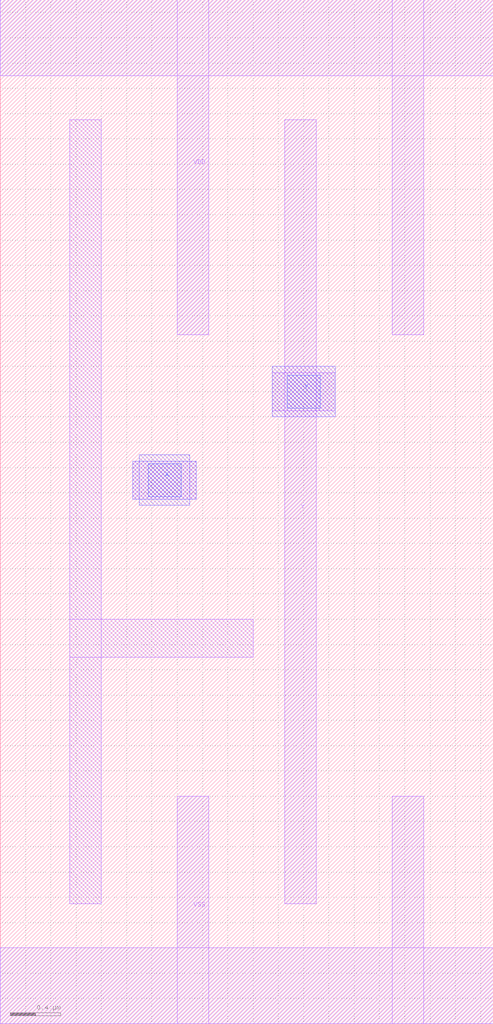
<source format=lef>
# Copyright 2022 Google LLC
# Licensed under the Apache License, Version 2.0 (the "License");
# you may not use this file except in compliance with the License.
# You may obtain a copy of the License at
#
#      http://www.apache.org/licenses/LICENSE-2.0
#
# Unless required by applicable law or agreed to in writing, software
# distributed under the License is distributed on an "AS IS" BASIS,
# WITHOUT WARRANTIES OR CONDITIONS OF ANY KIND, either express or implied.
# See the License for the specific language governing permissions and
# limitations under the License.
VERSION 5.7 ;
BUSBITCHARS "[]" ;
DIVIDERCHAR "/" ;

MACRO gf180mcu_osu_sc_12T_clkbuf_2
  CLASS CORE ;
  ORIGIN 0 0 ;
  FOREIGN gf180mcu_osu_sc_12T_clkbuf_2 0 0 ;
  SIZE 3.9 BY 8.1 ;
  SYMMETRY X Y ;
  SITE GF180_3p3_12t ;
  PIN VDD
    DIRECTION INOUT ;
    USE POWER ;
    SHAPE ABUTMENT ;
    PORT
      LAYER MET1 ;
        RECT 0 7.5 3.9 8.1 ;
        RECT 3.1 5.45 3.35 8.1 ;
        RECT 1.4 5.45 1.65 8.1 ;
    END
  END VDD
  PIN VSS
    DIRECTION INOUT ;
    USE GROUND ;
    PORT
      LAYER MET1 ;
        RECT 0 0 3.9 0.6 ;
        RECT 3.1 0 3.35 1.8 ;
        RECT 1.4 0 1.65 1.8 ;
    END
  END VSS
  PIN A
    DIRECTION INPUT ;
    USE SIGNAL ;
    PORT
      LAYER MET1 ;
        RECT 1.05 4.15 1.55 4.45 ;
      LAYER MET2 ;
        RECT 1.05 4.15 1.55 4.45 ;
        RECT 1.1 4.1 1.5 4.5 ;
      LAYER VIA12 ;
        RECT 1.17 4.17 1.43 4.43 ;
    END
  END A
  PIN Y
    DIRECTION OUTPUT ;
    USE SIGNAL ;
    PORT
      LAYER MET1 ;
        RECT 2.15 4.85 2.65 5.15 ;
        RECT 2.25 0.95 2.5 7.15 ;
      LAYER MET2 ;
        RECT 2.15 4.8 2.65 5.2 ;
      LAYER VIA12 ;
        RECT 2.27 4.87 2.53 5.13 ;
    END
  END Y
  OBS
    LAYER MET1 ;
      RECT 0.55 0.95 0.8 7.15 ;
      RECT 0.55 2.9 2 3.2 ;
  END
END gf180mcu_osu_sc_12T_clkbuf_2

</source>
